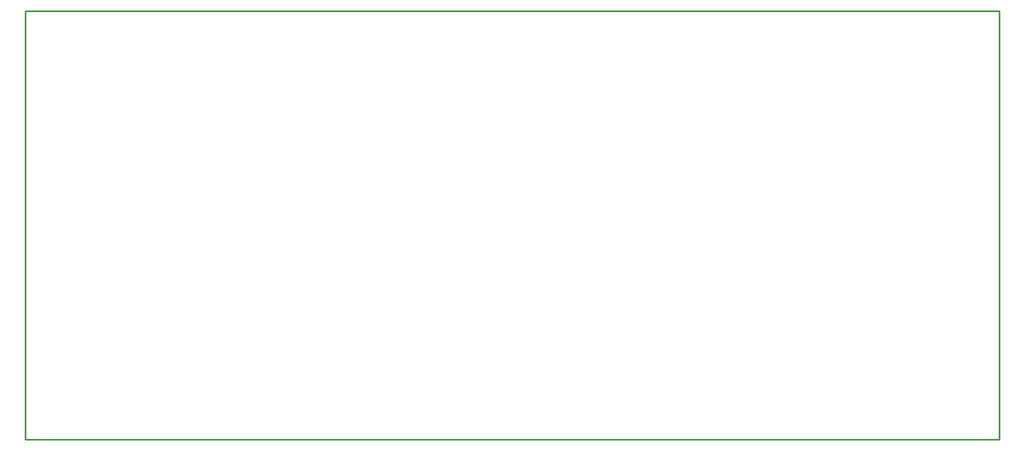
<source format=gko>
G04 EAGLE Gerber RS-274X export*
G75*
%MOMM*%
%FSLAX34Y34*%
%LPD*%
%INBoard Outline*%
%IPPOS*%
%AMOC8*
5,1,8,0,0,1.08239X$1,22.5*%
G01*
%ADD10C,0.000000*%
%ADD11C,0.254000*%


D10*
X0Y0D02*
X1500000Y0D01*
X1500000Y660000D01*
X0Y660000D01*
X0Y0D01*
D11*
X0Y0D02*
X1500000Y0D01*
X1500000Y660000D01*
X0Y660000D01*
X0Y0D01*
M02*

</source>
